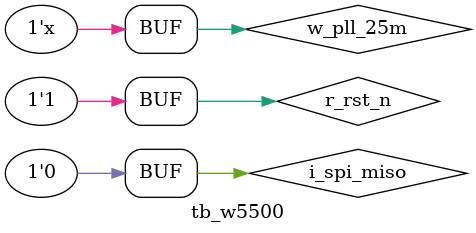
<source format=v>
`timescale 1ns / 1ps 

module tb_w5500(
);
 reg w_pll_25m;
 reg r_rst_n ;
 reg i_spi_miso=0 ;
 initial begin
    r_rst_n =0 ;
    w_pll_25m =0;
    #100 r_rst_n=1'b1;
 end
 always #20   w_pll_25m =~w_pll_25m;                                                               
 	w5500_control U8
	(
		.i_clk_50m			(w_pll_25m)				,
		.i_rst_n			(r_rst_n)				,
		
		// .o_spi_cs			(o_spi_cs)				,
		// .o_spi_dclk			(o_spi_dclk)			,
		// .o_spi_mosi			(o_spi_mosi)			,
		.i_spi_miso			(i_spi_miso)			
		//.o_w5500_rst		(o_w5500_rst)			,
		
		//.i_read_complete_sig(w_read_complete_sig)	,
		
		// .o_sram_csen_eth	(w_sram_csen_eth)		,
		// .o_sram_wren_eth	(w_sram_wren_eth)		,
		// .o_sram_rden_eth	(w_sram_rden_eth)		,
		// .o_sram_addr_eth	(w_sram_addr_eth)		,
		// .o_sram_data_eth	(w_sram_wrdata_eth)		,
		// .i_sram_data_eth	(w_sram_rddata_eth)		,
		
		// .i_packet_wren		(w_packet_wren)			,	
		// .i_packet_pingpang	(w_packet_pingpang)		,
		// .i_packet_wrdata	(w_packet_wrdata)		,
		// .i_packet_wraddr	(w_packet_wraddr)		,
		// .i_packet_make		(w_packet_make)			,
		// .i_packet_points	(w_packet_points)		,
		
		// .i_scan_counter		(w_scan_counter)		,
		// .i_telegram_no		(w_telegram_no)			,
		// .i_first_angle		(w_first_angle)			,
		
		// .i_calib_wren		(w_calib_wren)			,	
		// .i_calib_pingpang	(w_calib_pingpang)		,
		// .i_calib_wrdata		(w_calib_wrdata)		,
		// .i_calib_wraddr		(w_calib_wraddr)		,
		// .i_calib_make		(w_calib_make)			,
		// .i_calib_points		(w_calib_points)		,
		
		// .i_code_angle		(w_code_angle)			,
		// .i_pulse_get		(w_pulse_get)			,
		// .i_pulse_rise		(w_pulse_rise)			,
		// .i_pulse_fall		(w_pulse_fall)			,
		// .i_status_code		(w_status_code)			,
		// .i_apd_hv_value		(w_apd_hv_value)		,
		// .i_apd_temp_value	(w_apd_temp_value)		,
		// .i_device_temp		(w_device_temp)			,
		// .i_dac_value		(w_dac_value)			,
		// .i_pwm_value  		(w_pwm_value)			,//è¤°æ³å¢ é¢å«æºPWMé
		
	/* 	.o_config_mode		(w_config_mode)			,
		.o_filter_mode		(w_filter_mode)			,
		.o_pwm_value_0		(w_pwm_value_0)			,
		.o_stop_window		(w_stop_window)			,
		.o_zero_offset		(w_zero_offset)			,
		.o_angle_offset		(w_angle_offset)		,
		.o_rise_start 		(w_rise_start)			,
		.o_pulse_start 		(w_pulse_start)			,
		.o_apd_hv_base		(w_apd_hv_base)			,
		.o_distance_min		(w_distance_min)		,
		.o_distance_max		(w_distance_max)		,
		.o_temp_apdhv_base	(w_temp_apdhv_base)		,
		.o_temp_temp_base	(w_temp_temp_base)		,
		.o_temp_temp_coe	(w_temp_temp_coe)		,
		.o_start_index		(w_start_index)			,
		.o_stop_index		(w_stop_index)			,
		.o_index_num		(w_index_num)			,
		.o_pulse_set		(w_pulse_set)			,
		.o_pulse_mode		(w_pulse_mode)			,
		.o_telegram_flag	(w_telegram_flag)		,
		.o_sram_store_flag	(w_sram_store_flag)		,

		.save_user_sram_to_factory_flash_valid 	(save_user_sram_to_factory_flash_valid),
		.save_factory_sram_to_user_flash_valid  (save_factory_sram_to_user_flash_valid), */
		
/* 		.o_program_n		(o_program_n)			,
		.o_rst_n			(w_rst_n)               ,
		.i_motor_state      (w_motor_state)        ,

		.o_motor_rst_n      (o_motor_rst_n),
		
		.o_temp_dist        (w_temp_dist)          ,
		.o_tdc_switch       (w_tdc_switch)         ,
		.o_fixed_value      (w_fixed_value)        ,

		.dist_report_error   (dist_report_error)   ,
		.tdc_process_error   (tdc_process_error)   ,
		.state_tsatic_value	 (state_tsatic_value)  ,		
		
		.i_first_rise		(w_fisrt_rise)			,
		
		.i_flash_busy		(w_flash_busy)			,
		.i_iap_flag         (w_iap_flag)			,
		.o_dirt_mode		(w_dirt_mode)			,
		.o_dirt_points		(w_dirt_points)			,
        .o_regaddr_opto	    (o_ram_raddr        )   ,
        .i_data_opto_period (o_ram_rdata		)        */ 
		
    );  
     GSR GSR_INST(.GSR(1'b1));
     PUR PUR_INST(.PUR(1'b1));   	
endmodule                                                          

</source>
